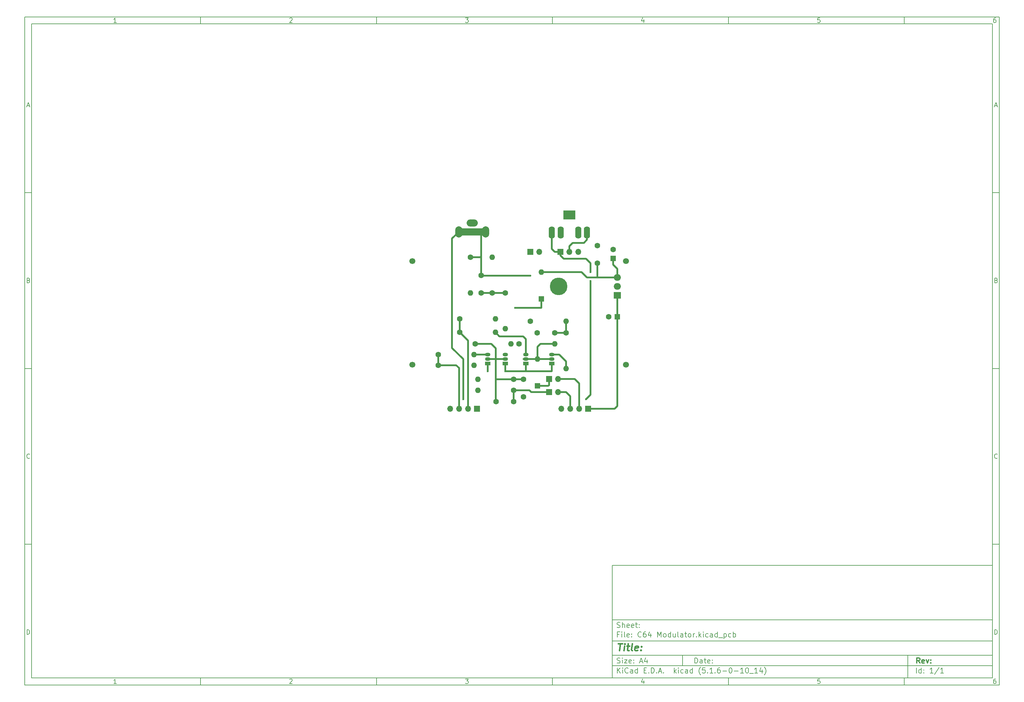
<source format=gtl>
%TF.GenerationSoftware,KiCad,Pcbnew,(5.1.6-0-10_14)*%
%TF.CreationDate,2020-10-06T19:45:13-04:00*%
%TF.ProjectId,C64 Modulator,43363420-4d6f-4647-956c-61746f722e6b,rev?*%
%TF.SameCoordinates,Original*%
%TF.FileFunction,Copper,L1,Top*%
%TF.FilePolarity,Positive*%
%FSLAX46Y46*%
G04 Gerber Fmt 4.6, Leading zero omitted, Abs format (unit mm)*
G04 Created by KiCad (PCBNEW (5.1.6-0-10_14)) date 2020-10-06 19:45:13*
%MOMM*%
%LPD*%
G01*
G04 APERTURE LIST*
%ADD10C,0.100000*%
%ADD11C,0.150000*%
%ADD12C,0.300000*%
%ADD13C,0.400000*%
%TA.AperFunction,ComponentPad*%
%ADD14C,1.700000*%
%TD*%
%TA.AperFunction,ComponentPad*%
%ADD15O,2.000000X1.905000*%
%TD*%
%TA.AperFunction,ComponentPad*%
%ADD16R,2.000000X1.905000*%
%TD*%
%TA.AperFunction,ComponentPad*%
%ADD17C,5.000000*%
%TD*%
%TA.AperFunction,ComponentPad*%
%ADD18O,1.700000X1.700000*%
%TD*%
%TA.AperFunction,ComponentPad*%
%ADD19R,1.700000X1.700000*%
%TD*%
%TA.AperFunction,ComponentPad*%
%ADD20O,1.600000X1.600000*%
%TD*%
%TA.AperFunction,ComponentPad*%
%ADD21C,1.600000*%
%TD*%
%TA.AperFunction,ComponentPad*%
%ADD22R,1.500000X1.050000*%
%TD*%
%TA.AperFunction,ComponentPad*%
%ADD23O,1.500000X1.050000*%
%TD*%
%TA.AperFunction,ComponentPad*%
%ADD24R,1.600000X1.600000*%
%TD*%
%TA.AperFunction,ComponentPad*%
%ADD25R,3.500000X2.500000*%
%TD*%
%TA.AperFunction,ComponentPad*%
%ADD26O,1.750000X3.500000*%
%TD*%
%TA.AperFunction,ComponentPad*%
%ADD27O,1.998980X3.197860*%
%TD*%
%TA.AperFunction,ComponentPad*%
%ADD28O,3.197860X1.998980*%
%TD*%
%TA.AperFunction,ViaPad*%
%ADD29C,0.600000*%
%TD*%
%TA.AperFunction,Conductor*%
%ADD30C,0.500000*%
%TD*%
%TA.AperFunction,Conductor*%
%ADD31C,2.000000*%
%TD*%
%TA.AperFunction,Conductor*%
%ADD32C,0.250000*%
%TD*%
G04 APERTURE END LIST*
D10*
D11*
X177002200Y-166007200D02*
X177002200Y-198007200D01*
X285002200Y-198007200D01*
X285002200Y-166007200D01*
X177002200Y-166007200D01*
D10*
D11*
X10000000Y-10000000D02*
X10000000Y-200007200D01*
X287002200Y-200007200D01*
X287002200Y-10000000D01*
X10000000Y-10000000D01*
D10*
D11*
X12000000Y-12000000D02*
X12000000Y-198007200D01*
X285002200Y-198007200D01*
X285002200Y-12000000D01*
X12000000Y-12000000D01*
D10*
D11*
X60000000Y-12000000D02*
X60000000Y-10000000D01*
D10*
D11*
X110000000Y-12000000D02*
X110000000Y-10000000D01*
D10*
D11*
X160000000Y-12000000D02*
X160000000Y-10000000D01*
D10*
D11*
X210000000Y-12000000D02*
X210000000Y-10000000D01*
D10*
D11*
X260000000Y-12000000D02*
X260000000Y-10000000D01*
D10*
D11*
X36065476Y-11588095D02*
X35322619Y-11588095D01*
X35694047Y-11588095D02*
X35694047Y-10288095D01*
X35570238Y-10473809D01*
X35446428Y-10597619D01*
X35322619Y-10659523D01*
D10*
D11*
X85322619Y-10411904D02*
X85384523Y-10350000D01*
X85508333Y-10288095D01*
X85817857Y-10288095D01*
X85941666Y-10350000D01*
X86003571Y-10411904D01*
X86065476Y-10535714D01*
X86065476Y-10659523D01*
X86003571Y-10845238D01*
X85260714Y-11588095D01*
X86065476Y-11588095D01*
D10*
D11*
X135260714Y-10288095D02*
X136065476Y-10288095D01*
X135632142Y-10783333D01*
X135817857Y-10783333D01*
X135941666Y-10845238D01*
X136003571Y-10907142D01*
X136065476Y-11030952D01*
X136065476Y-11340476D01*
X136003571Y-11464285D01*
X135941666Y-11526190D01*
X135817857Y-11588095D01*
X135446428Y-11588095D01*
X135322619Y-11526190D01*
X135260714Y-11464285D01*
D10*
D11*
X185941666Y-10721428D02*
X185941666Y-11588095D01*
X185632142Y-10226190D02*
X185322619Y-11154761D01*
X186127380Y-11154761D01*
D10*
D11*
X236003571Y-10288095D02*
X235384523Y-10288095D01*
X235322619Y-10907142D01*
X235384523Y-10845238D01*
X235508333Y-10783333D01*
X235817857Y-10783333D01*
X235941666Y-10845238D01*
X236003571Y-10907142D01*
X236065476Y-11030952D01*
X236065476Y-11340476D01*
X236003571Y-11464285D01*
X235941666Y-11526190D01*
X235817857Y-11588095D01*
X235508333Y-11588095D01*
X235384523Y-11526190D01*
X235322619Y-11464285D01*
D10*
D11*
X285941666Y-10288095D02*
X285694047Y-10288095D01*
X285570238Y-10350000D01*
X285508333Y-10411904D01*
X285384523Y-10597619D01*
X285322619Y-10845238D01*
X285322619Y-11340476D01*
X285384523Y-11464285D01*
X285446428Y-11526190D01*
X285570238Y-11588095D01*
X285817857Y-11588095D01*
X285941666Y-11526190D01*
X286003571Y-11464285D01*
X286065476Y-11340476D01*
X286065476Y-11030952D01*
X286003571Y-10907142D01*
X285941666Y-10845238D01*
X285817857Y-10783333D01*
X285570238Y-10783333D01*
X285446428Y-10845238D01*
X285384523Y-10907142D01*
X285322619Y-11030952D01*
D10*
D11*
X60000000Y-198007200D02*
X60000000Y-200007200D01*
D10*
D11*
X110000000Y-198007200D02*
X110000000Y-200007200D01*
D10*
D11*
X160000000Y-198007200D02*
X160000000Y-200007200D01*
D10*
D11*
X210000000Y-198007200D02*
X210000000Y-200007200D01*
D10*
D11*
X260000000Y-198007200D02*
X260000000Y-200007200D01*
D10*
D11*
X36065476Y-199595295D02*
X35322619Y-199595295D01*
X35694047Y-199595295D02*
X35694047Y-198295295D01*
X35570238Y-198481009D01*
X35446428Y-198604819D01*
X35322619Y-198666723D01*
D10*
D11*
X85322619Y-198419104D02*
X85384523Y-198357200D01*
X85508333Y-198295295D01*
X85817857Y-198295295D01*
X85941666Y-198357200D01*
X86003571Y-198419104D01*
X86065476Y-198542914D01*
X86065476Y-198666723D01*
X86003571Y-198852438D01*
X85260714Y-199595295D01*
X86065476Y-199595295D01*
D10*
D11*
X135260714Y-198295295D02*
X136065476Y-198295295D01*
X135632142Y-198790533D01*
X135817857Y-198790533D01*
X135941666Y-198852438D01*
X136003571Y-198914342D01*
X136065476Y-199038152D01*
X136065476Y-199347676D01*
X136003571Y-199471485D01*
X135941666Y-199533390D01*
X135817857Y-199595295D01*
X135446428Y-199595295D01*
X135322619Y-199533390D01*
X135260714Y-199471485D01*
D10*
D11*
X185941666Y-198728628D02*
X185941666Y-199595295D01*
X185632142Y-198233390D02*
X185322619Y-199161961D01*
X186127380Y-199161961D01*
D10*
D11*
X236003571Y-198295295D02*
X235384523Y-198295295D01*
X235322619Y-198914342D01*
X235384523Y-198852438D01*
X235508333Y-198790533D01*
X235817857Y-198790533D01*
X235941666Y-198852438D01*
X236003571Y-198914342D01*
X236065476Y-199038152D01*
X236065476Y-199347676D01*
X236003571Y-199471485D01*
X235941666Y-199533390D01*
X235817857Y-199595295D01*
X235508333Y-199595295D01*
X235384523Y-199533390D01*
X235322619Y-199471485D01*
D10*
D11*
X285941666Y-198295295D02*
X285694047Y-198295295D01*
X285570238Y-198357200D01*
X285508333Y-198419104D01*
X285384523Y-198604819D01*
X285322619Y-198852438D01*
X285322619Y-199347676D01*
X285384523Y-199471485D01*
X285446428Y-199533390D01*
X285570238Y-199595295D01*
X285817857Y-199595295D01*
X285941666Y-199533390D01*
X286003571Y-199471485D01*
X286065476Y-199347676D01*
X286065476Y-199038152D01*
X286003571Y-198914342D01*
X285941666Y-198852438D01*
X285817857Y-198790533D01*
X285570238Y-198790533D01*
X285446428Y-198852438D01*
X285384523Y-198914342D01*
X285322619Y-199038152D01*
D10*
D11*
X10000000Y-60000000D02*
X12000000Y-60000000D01*
D10*
D11*
X10000000Y-110000000D02*
X12000000Y-110000000D01*
D10*
D11*
X10000000Y-160000000D02*
X12000000Y-160000000D01*
D10*
D11*
X10690476Y-35216666D02*
X11309523Y-35216666D01*
X10566666Y-35588095D02*
X11000000Y-34288095D01*
X11433333Y-35588095D01*
D10*
D11*
X11092857Y-84907142D02*
X11278571Y-84969047D01*
X11340476Y-85030952D01*
X11402380Y-85154761D01*
X11402380Y-85340476D01*
X11340476Y-85464285D01*
X11278571Y-85526190D01*
X11154761Y-85588095D01*
X10659523Y-85588095D01*
X10659523Y-84288095D01*
X11092857Y-84288095D01*
X11216666Y-84350000D01*
X11278571Y-84411904D01*
X11340476Y-84535714D01*
X11340476Y-84659523D01*
X11278571Y-84783333D01*
X11216666Y-84845238D01*
X11092857Y-84907142D01*
X10659523Y-84907142D01*
D10*
D11*
X11402380Y-135464285D02*
X11340476Y-135526190D01*
X11154761Y-135588095D01*
X11030952Y-135588095D01*
X10845238Y-135526190D01*
X10721428Y-135402380D01*
X10659523Y-135278571D01*
X10597619Y-135030952D01*
X10597619Y-134845238D01*
X10659523Y-134597619D01*
X10721428Y-134473809D01*
X10845238Y-134350000D01*
X11030952Y-134288095D01*
X11154761Y-134288095D01*
X11340476Y-134350000D01*
X11402380Y-134411904D01*
D10*
D11*
X10659523Y-185588095D02*
X10659523Y-184288095D01*
X10969047Y-184288095D01*
X11154761Y-184350000D01*
X11278571Y-184473809D01*
X11340476Y-184597619D01*
X11402380Y-184845238D01*
X11402380Y-185030952D01*
X11340476Y-185278571D01*
X11278571Y-185402380D01*
X11154761Y-185526190D01*
X10969047Y-185588095D01*
X10659523Y-185588095D01*
D10*
D11*
X287002200Y-60000000D02*
X285002200Y-60000000D01*
D10*
D11*
X287002200Y-110000000D02*
X285002200Y-110000000D01*
D10*
D11*
X287002200Y-160000000D02*
X285002200Y-160000000D01*
D10*
D11*
X285692676Y-35216666D02*
X286311723Y-35216666D01*
X285568866Y-35588095D02*
X286002200Y-34288095D01*
X286435533Y-35588095D01*
D10*
D11*
X286095057Y-84907142D02*
X286280771Y-84969047D01*
X286342676Y-85030952D01*
X286404580Y-85154761D01*
X286404580Y-85340476D01*
X286342676Y-85464285D01*
X286280771Y-85526190D01*
X286156961Y-85588095D01*
X285661723Y-85588095D01*
X285661723Y-84288095D01*
X286095057Y-84288095D01*
X286218866Y-84350000D01*
X286280771Y-84411904D01*
X286342676Y-84535714D01*
X286342676Y-84659523D01*
X286280771Y-84783333D01*
X286218866Y-84845238D01*
X286095057Y-84907142D01*
X285661723Y-84907142D01*
D10*
D11*
X286404580Y-135464285D02*
X286342676Y-135526190D01*
X286156961Y-135588095D01*
X286033152Y-135588095D01*
X285847438Y-135526190D01*
X285723628Y-135402380D01*
X285661723Y-135278571D01*
X285599819Y-135030952D01*
X285599819Y-134845238D01*
X285661723Y-134597619D01*
X285723628Y-134473809D01*
X285847438Y-134350000D01*
X286033152Y-134288095D01*
X286156961Y-134288095D01*
X286342676Y-134350000D01*
X286404580Y-134411904D01*
D10*
D11*
X285661723Y-185588095D02*
X285661723Y-184288095D01*
X285971247Y-184288095D01*
X286156961Y-184350000D01*
X286280771Y-184473809D01*
X286342676Y-184597619D01*
X286404580Y-184845238D01*
X286404580Y-185030952D01*
X286342676Y-185278571D01*
X286280771Y-185402380D01*
X286156961Y-185526190D01*
X285971247Y-185588095D01*
X285661723Y-185588095D01*
D10*
D11*
X200434342Y-193785771D02*
X200434342Y-192285771D01*
X200791485Y-192285771D01*
X201005771Y-192357200D01*
X201148628Y-192500057D01*
X201220057Y-192642914D01*
X201291485Y-192928628D01*
X201291485Y-193142914D01*
X201220057Y-193428628D01*
X201148628Y-193571485D01*
X201005771Y-193714342D01*
X200791485Y-193785771D01*
X200434342Y-193785771D01*
X202577200Y-193785771D02*
X202577200Y-193000057D01*
X202505771Y-192857200D01*
X202362914Y-192785771D01*
X202077200Y-192785771D01*
X201934342Y-192857200D01*
X202577200Y-193714342D02*
X202434342Y-193785771D01*
X202077200Y-193785771D01*
X201934342Y-193714342D01*
X201862914Y-193571485D01*
X201862914Y-193428628D01*
X201934342Y-193285771D01*
X202077200Y-193214342D01*
X202434342Y-193214342D01*
X202577200Y-193142914D01*
X203077200Y-192785771D02*
X203648628Y-192785771D01*
X203291485Y-192285771D02*
X203291485Y-193571485D01*
X203362914Y-193714342D01*
X203505771Y-193785771D01*
X203648628Y-193785771D01*
X204720057Y-193714342D02*
X204577200Y-193785771D01*
X204291485Y-193785771D01*
X204148628Y-193714342D01*
X204077200Y-193571485D01*
X204077200Y-193000057D01*
X204148628Y-192857200D01*
X204291485Y-192785771D01*
X204577200Y-192785771D01*
X204720057Y-192857200D01*
X204791485Y-193000057D01*
X204791485Y-193142914D01*
X204077200Y-193285771D01*
X205434342Y-193642914D02*
X205505771Y-193714342D01*
X205434342Y-193785771D01*
X205362914Y-193714342D01*
X205434342Y-193642914D01*
X205434342Y-193785771D01*
X205434342Y-192857200D02*
X205505771Y-192928628D01*
X205434342Y-193000057D01*
X205362914Y-192928628D01*
X205434342Y-192857200D01*
X205434342Y-193000057D01*
D10*
D11*
X177002200Y-194507200D02*
X285002200Y-194507200D01*
D10*
D11*
X178434342Y-196585771D02*
X178434342Y-195085771D01*
X179291485Y-196585771D02*
X178648628Y-195728628D01*
X179291485Y-195085771D02*
X178434342Y-195942914D01*
X179934342Y-196585771D02*
X179934342Y-195585771D01*
X179934342Y-195085771D02*
X179862914Y-195157200D01*
X179934342Y-195228628D01*
X180005771Y-195157200D01*
X179934342Y-195085771D01*
X179934342Y-195228628D01*
X181505771Y-196442914D02*
X181434342Y-196514342D01*
X181220057Y-196585771D01*
X181077200Y-196585771D01*
X180862914Y-196514342D01*
X180720057Y-196371485D01*
X180648628Y-196228628D01*
X180577200Y-195942914D01*
X180577200Y-195728628D01*
X180648628Y-195442914D01*
X180720057Y-195300057D01*
X180862914Y-195157200D01*
X181077200Y-195085771D01*
X181220057Y-195085771D01*
X181434342Y-195157200D01*
X181505771Y-195228628D01*
X182791485Y-196585771D02*
X182791485Y-195800057D01*
X182720057Y-195657200D01*
X182577200Y-195585771D01*
X182291485Y-195585771D01*
X182148628Y-195657200D01*
X182791485Y-196514342D02*
X182648628Y-196585771D01*
X182291485Y-196585771D01*
X182148628Y-196514342D01*
X182077200Y-196371485D01*
X182077200Y-196228628D01*
X182148628Y-196085771D01*
X182291485Y-196014342D01*
X182648628Y-196014342D01*
X182791485Y-195942914D01*
X184148628Y-196585771D02*
X184148628Y-195085771D01*
X184148628Y-196514342D02*
X184005771Y-196585771D01*
X183720057Y-196585771D01*
X183577200Y-196514342D01*
X183505771Y-196442914D01*
X183434342Y-196300057D01*
X183434342Y-195871485D01*
X183505771Y-195728628D01*
X183577200Y-195657200D01*
X183720057Y-195585771D01*
X184005771Y-195585771D01*
X184148628Y-195657200D01*
X186005771Y-195800057D02*
X186505771Y-195800057D01*
X186720057Y-196585771D02*
X186005771Y-196585771D01*
X186005771Y-195085771D01*
X186720057Y-195085771D01*
X187362914Y-196442914D02*
X187434342Y-196514342D01*
X187362914Y-196585771D01*
X187291485Y-196514342D01*
X187362914Y-196442914D01*
X187362914Y-196585771D01*
X188077200Y-196585771D02*
X188077200Y-195085771D01*
X188434342Y-195085771D01*
X188648628Y-195157200D01*
X188791485Y-195300057D01*
X188862914Y-195442914D01*
X188934342Y-195728628D01*
X188934342Y-195942914D01*
X188862914Y-196228628D01*
X188791485Y-196371485D01*
X188648628Y-196514342D01*
X188434342Y-196585771D01*
X188077200Y-196585771D01*
X189577200Y-196442914D02*
X189648628Y-196514342D01*
X189577200Y-196585771D01*
X189505771Y-196514342D01*
X189577200Y-196442914D01*
X189577200Y-196585771D01*
X190220057Y-196157200D02*
X190934342Y-196157200D01*
X190077200Y-196585771D02*
X190577200Y-195085771D01*
X191077200Y-196585771D01*
X191577200Y-196442914D02*
X191648628Y-196514342D01*
X191577200Y-196585771D01*
X191505771Y-196514342D01*
X191577200Y-196442914D01*
X191577200Y-196585771D01*
X194577200Y-196585771D02*
X194577200Y-195085771D01*
X194720057Y-196014342D02*
X195148628Y-196585771D01*
X195148628Y-195585771D02*
X194577200Y-196157200D01*
X195791485Y-196585771D02*
X195791485Y-195585771D01*
X195791485Y-195085771D02*
X195720057Y-195157200D01*
X195791485Y-195228628D01*
X195862914Y-195157200D01*
X195791485Y-195085771D01*
X195791485Y-195228628D01*
X197148628Y-196514342D02*
X197005771Y-196585771D01*
X196720057Y-196585771D01*
X196577200Y-196514342D01*
X196505771Y-196442914D01*
X196434342Y-196300057D01*
X196434342Y-195871485D01*
X196505771Y-195728628D01*
X196577200Y-195657200D01*
X196720057Y-195585771D01*
X197005771Y-195585771D01*
X197148628Y-195657200D01*
X198434342Y-196585771D02*
X198434342Y-195800057D01*
X198362914Y-195657200D01*
X198220057Y-195585771D01*
X197934342Y-195585771D01*
X197791485Y-195657200D01*
X198434342Y-196514342D02*
X198291485Y-196585771D01*
X197934342Y-196585771D01*
X197791485Y-196514342D01*
X197720057Y-196371485D01*
X197720057Y-196228628D01*
X197791485Y-196085771D01*
X197934342Y-196014342D01*
X198291485Y-196014342D01*
X198434342Y-195942914D01*
X199791485Y-196585771D02*
X199791485Y-195085771D01*
X199791485Y-196514342D02*
X199648628Y-196585771D01*
X199362914Y-196585771D01*
X199220057Y-196514342D01*
X199148628Y-196442914D01*
X199077200Y-196300057D01*
X199077200Y-195871485D01*
X199148628Y-195728628D01*
X199220057Y-195657200D01*
X199362914Y-195585771D01*
X199648628Y-195585771D01*
X199791485Y-195657200D01*
X202077200Y-197157200D02*
X202005771Y-197085771D01*
X201862914Y-196871485D01*
X201791485Y-196728628D01*
X201720057Y-196514342D01*
X201648628Y-196157200D01*
X201648628Y-195871485D01*
X201720057Y-195514342D01*
X201791485Y-195300057D01*
X201862914Y-195157200D01*
X202005771Y-194942914D01*
X202077200Y-194871485D01*
X203362914Y-195085771D02*
X202648628Y-195085771D01*
X202577200Y-195800057D01*
X202648628Y-195728628D01*
X202791485Y-195657200D01*
X203148628Y-195657200D01*
X203291485Y-195728628D01*
X203362914Y-195800057D01*
X203434342Y-195942914D01*
X203434342Y-196300057D01*
X203362914Y-196442914D01*
X203291485Y-196514342D01*
X203148628Y-196585771D01*
X202791485Y-196585771D01*
X202648628Y-196514342D01*
X202577200Y-196442914D01*
X204077200Y-196442914D02*
X204148628Y-196514342D01*
X204077200Y-196585771D01*
X204005771Y-196514342D01*
X204077200Y-196442914D01*
X204077200Y-196585771D01*
X205577200Y-196585771D02*
X204720057Y-196585771D01*
X205148628Y-196585771D02*
X205148628Y-195085771D01*
X205005771Y-195300057D01*
X204862914Y-195442914D01*
X204720057Y-195514342D01*
X206220057Y-196442914D02*
X206291485Y-196514342D01*
X206220057Y-196585771D01*
X206148628Y-196514342D01*
X206220057Y-196442914D01*
X206220057Y-196585771D01*
X207577200Y-195085771D02*
X207291485Y-195085771D01*
X207148628Y-195157200D01*
X207077200Y-195228628D01*
X206934342Y-195442914D01*
X206862914Y-195728628D01*
X206862914Y-196300057D01*
X206934342Y-196442914D01*
X207005771Y-196514342D01*
X207148628Y-196585771D01*
X207434342Y-196585771D01*
X207577200Y-196514342D01*
X207648628Y-196442914D01*
X207720057Y-196300057D01*
X207720057Y-195942914D01*
X207648628Y-195800057D01*
X207577200Y-195728628D01*
X207434342Y-195657200D01*
X207148628Y-195657200D01*
X207005771Y-195728628D01*
X206934342Y-195800057D01*
X206862914Y-195942914D01*
X208362914Y-196014342D02*
X209505771Y-196014342D01*
X210505771Y-195085771D02*
X210648628Y-195085771D01*
X210791485Y-195157200D01*
X210862914Y-195228628D01*
X210934342Y-195371485D01*
X211005771Y-195657200D01*
X211005771Y-196014342D01*
X210934342Y-196300057D01*
X210862914Y-196442914D01*
X210791485Y-196514342D01*
X210648628Y-196585771D01*
X210505771Y-196585771D01*
X210362914Y-196514342D01*
X210291485Y-196442914D01*
X210220057Y-196300057D01*
X210148628Y-196014342D01*
X210148628Y-195657200D01*
X210220057Y-195371485D01*
X210291485Y-195228628D01*
X210362914Y-195157200D01*
X210505771Y-195085771D01*
X211648628Y-196014342D02*
X212791485Y-196014342D01*
X214291485Y-196585771D02*
X213434342Y-196585771D01*
X213862914Y-196585771D02*
X213862914Y-195085771D01*
X213720057Y-195300057D01*
X213577200Y-195442914D01*
X213434342Y-195514342D01*
X215220057Y-195085771D02*
X215362914Y-195085771D01*
X215505771Y-195157200D01*
X215577200Y-195228628D01*
X215648628Y-195371485D01*
X215720057Y-195657200D01*
X215720057Y-196014342D01*
X215648628Y-196300057D01*
X215577200Y-196442914D01*
X215505771Y-196514342D01*
X215362914Y-196585771D01*
X215220057Y-196585771D01*
X215077200Y-196514342D01*
X215005771Y-196442914D01*
X214934342Y-196300057D01*
X214862914Y-196014342D01*
X214862914Y-195657200D01*
X214934342Y-195371485D01*
X215005771Y-195228628D01*
X215077200Y-195157200D01*
X215220057Y-195085771D01*
X216005771Y-196728628D02*
X217148628Y-196728628D01*
X218291485Y-196585771D02*
X217434342Y-196585771D01*
X217862914Y-196585771D02*
X217862914Y-195085771D01*
X217720057Y-195300057D01*
X217577200Y-195442914D01*
X217434342Y-195514342D01*
X219577200Y-195585771D02*
X219577200Y-196585771D01*
X219220057Y-195014342D02*
X218862914Y-196085771D01*
X219791485Y-196085771D01*
X220220057Y-197157200D02*
X220291485Y-197085771D01*
X220434342Y-196871485D01*
X220505771Y-196728628D01*
X220577200Y-196514342D01*
X220648628Y-196157200D01*
X220648628Y-195871485D01*
X220577200Y-195514342D01*
X220505771Y-195300057D01*
X220434342Y-195157200D01*
X220291485Y-194942914D01*
X220220057Y-194871485D01*
D10*
D11*
X177002200Y-191507200D02*
X285002200Y-191507200D01*
D10*
D12*
X264411485Y-193785771D02*
X263911485Y-193071485D01*
X263554342Y-193785771D02*
X263554342Y-192285771D01*
X264125771Y-192285771D01*
X264268628Y-192357200D01*
X264340057Y-192428628D01*
X264411485Y-192571485D01*
X264411485Y-192785771D01*
X264340057Y-192928628D01*
X264268628Y-193000057D01*
X264125771Y-193071485D01*
X263554342Y-193071485D01*
X265625771Y-193714342D02*
X265482914Y-193785771D01*
X265197200Y-193785771D01*
X265054342Y-193714342D01*
X264982914Y-193571485D01*
X264982914Y-193000057D01*
X265054342Y-192857200D01*
X265197200Y-192785771D01*
X265482914Y-192785771D01*
X265625771Y-192857200D01*
X265697200Y-193000057D01*
X265697200Y-193142914D01*
X264982914Y-193285771D01*
X266197200Y-192785771D02*
X266554342Y-193785771D01*
X266911485Y-192785771D01*
X267482914Y-193642914D02*
X267554342Y-193714342D01*
X267482914Y-193785771D01*
X267411485Y-193714342D01*
X267482914Y-193642914D01*
X267482914Y-193785771D01*
X267482914Y-192857200D02*
X267554342Y-192928628D01*
X267482914Y-193000057D01*
X267411485Y-192928628D01*
X267482914Y-192857200D01*
X267482914Y-193000057D01*
D10*
D11*
X178362914Y-193714342D02*
X178577200Y-193785771D01*
X178934342Y-193785771D01*
X179077200Y-193714342D01*
X179148628Y-193642914D01*
X179220057Y-193500057D01*
X179220057Y-193357200D01*
X179148628Y-193214342D01*
X179077200Y-193142914D01*
X178934342Y-193071485D01*
X178648628Y-193000057D01*
X178505771Y-192928628D01*
X178434342Y-192857200D01*
X178362914Y-192714342D01*
X178362914Y-192571485D01*
X178434342Y-192428628D01*
X178505771Y-192357200D01*
X178648628Y-192285771D01*
X179005771Y-192285771D01*
X179220057Y-192357200D01*
X179862914Y-193785771D02*
X179862914Y-192785771D01*
X179862914Y-192285771D02*
X179791485Y-192357200D01*
X179862914Y-192428628D01*
X179934342Y-192357200D01*
X179862914Y-192285771D01*
X179862914Y-192428628D01*
X180434342Y-192785771D02*
X181220057Y-192785771D01*
X180434342Y-193785771D01*
X181220057Y-193785771D01*
X182362914Y-193714342D02*
X182220057Y-193785771D01*
X181934342Y-193785771D01*
X181791485Y-193714342D01*
X181720057Y-193571485D01*
X181720057Y-193000057D01*
X181791485Y-192857200D01*
X181934342Y-192785771D01*
X182220057Y-192785771D01*
X182362914Y-192857200D01*
X182434342Y-193000057D01*
X182434342Y-193142914D01*
X181720057Y-193285771D01*
X183077200Y-193642914D02*
X183148628Y-193714342D01*
X183077200Y-193785771D01*
X183005771Y-193714342D01*
X183077200Y-193642914D01*
X183077200Y-193785771D01*
X183077200Y-192857200D02*
X183148628Y-192928628D01*
X183077200Y-193000057D01*
X183005771Y-192928628D01*
X183077200Y-192857200D01*
X183077200Y-193000057D01*
X184862914Y-193357200D02*
X185577200Y-193357200D01*
X184720057Y-193785771D02*
X185220057Y-192285771D01*
X185720057Y-193785771D01*
X186862914Y-192785771D02*
X186862914Y-193785771D01*
X186505771Y-192214342D02*
X186148628Y-193285771D01*
X187077200Y-193285771D01*
D10*
D11*
X263434342Y-196585771D02*
X263434342Y-195085771D01*
X264791485Y-196585771D02*
X264791485Y-195085771D01*
X264791485Y-196514342D02*
X264648628Y-196585771D01*
X264362914Y-196585771D01*
X264220057Y-196514342D01*
X264148628Y-196442914D01*
X264077200Y-196300057D01*
X264077200Y-195871485D01*
X264148628Y-195728628D01*
X264220057Y-195657200D01*
X264362914Y-195585771D01*
X264648628Y-195585771D01*
X264791485Y-195657200D01*
X265505771Y-196442914D02*
X265577200Y-196514342D01*
X265505771Y-196585771D01*
X265434342Y-196514342D01*
X265505771Y-196442914D01*
X265505771Y-196585771D01*
X265505771Y-195657200D02*
X265577200Y-195728628D01*
X265505771Y-195800057D01*
X265434342Y-195728628D01*
X265505771Y-195657200D01*
X265505771Y-195800057D01*
X268148628Y-196585771D02*
X267291485Y-196585771D01*
X267720057Y-196585771D02*
X267720057Y-195085771D01*
X267577200Y-195300057D01*
X267434342Y-195442914D01*
X267291485Y-195514342D01*
X269862914Y-195014342D02*
X268577200Y-196942914D01*
X271148628Y-196585771D02*
X270291485Y-196585771D01*
X270720057Y-196585771D02*
X270720057Y-195085771D01*
X270577200Y-195300057D01*
X270434342Y-195442914D01*
X270291485Y-195514342D01*
D10*
D11*
X177002200Y-187507200D02*
X285002200Y-187507200D01*
D10*
D13*
X178714580Y-188211961D02*
X179857438Y-188211961D01*
X179036009Y-190211961D02*
X179286009Y-188211961D01*
X180274104Y-190211961D02*
X180440771Y-188878628D01*
X180524104Y-188211961D02*
X180416961Y-188307200D01*
X180500295Y-188402438D01*
X180607438Y-188307200D01*
X180524104Y-188211961D01*
X180500295Y-188402438D01*
X181107438Y-188878628D02*
X181869342Y-188878628D01*
X181476485Y-188211961D02*
X181262200Y-189926247D01*
X181333628Y-190116723D01*
X181512200Y-190211961D01*
X181702676Y-190211961D01*
X182655057Y-190211961D02*
X182476485Y-190116723D01*
X182405057Y-189926247D01*
X182619342Y-188211961D01*
X184190771Y-190116723D02*
X183988390Y-190211961D01*
X183607438Y-190211961D01*
X183428866Y-190116723D01*
X183357438Y-189926247D01*
X183452676Y-189164342D01*
X183571723Y-188973866D01*
X183774104Y-188878628D01*
X184155057Y-188878628D01*
X184333628Y-188973866D01*
X184405057Y-189164342D01*
X184381247Y-189354819D01*
X183405057Y-189545295D01*
X185155057Y-190021485D02*
X185238390Y-190116723D01*
X185131247Y-190211961D01*
X185047914Y-190116723D01*
X185155057Y-190021485D01*
X185131247Y-190211961D01*
X185286009Y-188973866D02*
X185369342Y-189069104D01*
X185262200Y-189164342D01*
X185178866Y-189069104D01*
X185286009Y-188973866D01*
X185262200Y-189164342D01*
D10*
D11*
X178934342Y-185600057D02*
X178434342Y-185600057D01*
X178434342Y-186385771D02*
X178434342Y-184885771D01*
X179148628Y-184885771D01*
X179720057Y-186385771D02*
X179720057Y-185385771D01*
X179720057Y-184885771D02*
X179648628Y-184957200D01*
X179720057Y-185028628D01*
X179791485Y-184957200D01*
X179720057Y-184885771D01*
X179720057Y-185028628D01*
X180648628Y-186385771D02*
X180505771Y-186314342D01*
X180434342Y-186171485D01*
X180434342Y-184885771D01*
X181791485Y-186314342D02*
X181648628Y-186385771D01*
X181362914Y-186385771D01*
X181220057Y-186314342D01*
X181148628Y-186171485D01*
X181148628Y-185600057D01*
X181220057Y-185457200D01*
X181362914Y-185385771D01*
X181648628Y-185385771D01*
X181791485Y-185457200D01*
X181862914Y-185600057D01*
X181862914Y-185742914D01*
X181148628Y-185885771D01*
X182505771Y-186242914D02*
X182577200Y-186314342D01*
X182505771Y-186385771D01*
X182434342Y-186314342D01*
X182505771Y-186242914D01*
X182505771Y-186385771D01*
X182505771Y-185457200D02*
X182577200Y-185528628D01*
X182505771Y-185600057D01*
X182434342Y-185528628D01*
X182505771Y-185457200D01*
X182505771Y-185600057D01*
X185220057Y-186242914D02*
X185148628Y-186314342D01*
X184934342Y-186385771D01*
X184791485Y-186385771D01*
X184577200Y-186314342D01*
X184434342Y-186171485D01*
X184362914Y-186028628D01*
X184291485Y-185742914D01*
X184291485Y-185528628D01*
X184362914Y-185242914D01*
X184434342Y-185100057D01*
X184577200Y-184957200D01*
X184791485Y-184885771D01*
X184934342Y-184885771D01*
X185148628Y-184957200D01*
X185220057Y-185028628D01*
X186505771Y-184885771D02*
X186220057Y-184885771D01*
X186077200Y-184957200D01*
X186005771Y-185028628D01*
X185862914Y-185242914D01*
X185791485Y-185528628D01*
X185791485Y-186100057D01*
X185862914Y-186242914D01*
X185934342Y-186314342D01*
X186077200Y-186385771D01*
X186362914Y-186385771D01*
X186505771Y-186314342D01*
X186577200Y-186242914D01*
X186648628Y-186100057D01*
X186648628Y-185742914D01*
X186577200Y-185600057D01*
X186505771Y-185528628D01*
X186362914Y-185457200D01*
X186077200Y-185457200D01*
X185934342Y-185528628D01*
X185862914Y-185600057D01*
X185791485Y-185742914D01*
X187934342Y-185385771D02*
X187934342Y-186385771D01*
X187577200Y-184814342D02*
X187220057Y-185885771D01*
X188148628Y-185885771D01*
X189862914Y-186385771D02*
X189862914Y-184885771D01*
X190362914Y-185957200D01*
X190862914Y-184885771D01*
X190862914Y-186385771D01*
X191791485Y-186385771D02*
X191648628Y-186314342D01*
X191577200Y-186242914D01*
X191505771Y-186100057D01*
X191505771Y-185671485D01*
X191577200Y-185528628D01*
X191648628Y-185457200D01*
X191791485Y-185385771D01*
X192005771Y-185385771D01*
X192148628Y-185457200D01*
X192220057Y-185528628D01*
X192291485Y-185671485D01*
X192291485Y-186100057D01*
X192220057Y-186242914D01*
X192148628Y-186314342D01*
X192005771Y-186385771D01*
X191791485Y-186385771D01*
X193577200Y-186385771D02*
X193577200Y-184885771D01*
X193577200Y-186314342D02*
X193434342Y-186385771D01*
X193148628Y-186385771D01*
X193005771Y-186314342D01*
X192934342Y-186242914D01*
X192862914Y-186100057D01*
X192862914Y-185671485D01*
X192934342Y-185528628D01*
X193005771Y-185457200D01*
X193148628Y-185385771D01*
X193434342Y-185385771D01*
X193577200Y-185457200D01*
X194934342Y-185385771D02*
X194934342Y-186385771D01*
X194291485Y-185385771D02*
X194291485Y-186171485D01*
X194362914Y-186314342D01*
X194505771Y-186385771D01*
X194720057Y-186385771D01*
X194862914Y-186314342D01*
X194934342Y-186242914D01*
X195862914Y-186385771D02*
X195720057Y-186314342D01*
X195648628Y-186171485D01*
X195648628Y-184885771D01*
X197077200Y-186385771D02*
X197077200Y-185600057D01*
X197005771Y-185457200D01*
X196862914Y-185385771D01*
X196577200Y-185385771D01*
X196434342Y-185457200D01*
X197077200Y-186314342D02*
X196934342Y-186385771D01*
X196577200Y-186385771D01*
X196434342Y-186314342D01*
X196362914Y-186171485D01*
X196362914Y-186028628D01*
X196434342Y-185885771D01*
X196577200Y-185814342D01*
X196934342Y-185814342D01*
X197077200Y-185742914D01*
X197577200Y-185385771D02*
X198148628Y-185385771D01*
X197791485Y-184885771D02*
X197791485Y-186171485D01*
X197862914Y-186314342D01*
X198005771Y-186385771D01*
X198148628Y-186385771D01*
X198862914Y-186385771D02*
X198720057Y-186314342D01*
X198648628Y-186242914D01*
X198577200Y-186100057D01*
X198577200Y-185671485D01*
X198648628Y-185528628D01*
X198720057Y-185457200D01*
X198862914Y-185385771D01*
X199077200Y-185385771D01*
X199220057Y-185457200D01*
X199291485Y-185528628D01*
X199362914Y-185671485D01*
X199362914Y-186100057D01*
X199291485Y-186242914D01*
X199220057Y-186314342D01*
X199077200Y-186385771D01*
X198862914Y-186385771D01*
X200005771Y-186385771D02*
X200005771Y-185385771D01*
X200005771Y-185671485D02*
X200077200Y-185528628D01*
X200148628Y-185457200D01*
X200291485Y-185385771D01*
X200434342Y-185385771D01*
X200934342Y-186242914D02*
X201005771Y-186314342D01*
X200934342Y-186385771D01*
X200862914Y-186314342D01*
X200934342Y-186242914D01*
X200934342Y-186385771D01*
X201648628Y-186385771D02*
X201648628Y-184885771D01*
X201791485Y-185814342D02*
X202220057Y-186385771D01*
X202220057Y-185385771D02*
X201648628Y-185957200D01*
X202862914Y-186385771D02*
X202862914Y-185385771D01*
X202862914Y-184885771D02*
X202791485Y-184957200D01*
X202862914Y-185028628D01*
X202934342Y-184957200D01*
X202862914Y-184885771D01*
X202862914Y-185028628D01*
X204220057Y-186314342D02*
X204077200Y-186385771D01*
X203791485Y-186385771D01*
X203648628Y-186314342D01*
X203577200Y-186242914D01*
X203505771Y-186100057D01*
X203505771Y-185671485D01*
X203577200Y-185528628D01*
X203648628Y-185457200D01*
X203791485Y-185385771D01*
X204077200Y-185385771D01*
X204220057Y-185457200D01*
X205505771Y-186385771D02*
X205505771Y-185600057D01*
X205434342Y-185457200D01*
X205291485Y-185385771D01*
X205005771Y-185385771D01*
X204862914Y-185457200D01*
X205505771Y-186314342D02*
X205362914Y-186385771D01*
X205005771Y-186385771D01*
X204862914Y-186314342D01*
X204791485Y-186171485D01*
X204791485Y-186028628D01*
X204862914Y-185885771D01*
X205005771Y-185814342D01*
X205362914Y-185814342D01*
X205505771Y-185742914D01*
X206862914Y-186385771D02*
X206862914Y-184885771D01*
X206862914Y-186314342D02*
X206720057Y-186385771D01*
X206434342Y-186385771D01*
X206291485Y-186314342D01*
X206220057Y-186242914D01*
X206148628Y-186100057D01*
X206148628Y-185671485D01*
X206220057Y-185528628D01*
X206291485Y-185457200D01*
X206434342Y-185385771D01*
X206720057Y-185385771D01*
X206862914Y-185457200D01*
X207220057Y-186528628D02*
X208362914Y-186528628D01*
X208720057Y-185385771D02*
X208720057Y-186885771D01*
X208720057Y-185457200D02*
X208862914Y-185385771D01*
X209148628Y-185385771D01*
X209291485Y-185457200D01*
X209362914Y-185528628D01*
X209434342Y-185671485D01*
X209434342Y-186100057D01*
X209362914Y-186242914D01*
X209291485Y-186314342D01*
X209148628Y-186385771D01*
X208862914Y-186385771D01*
X208720057Y-186314342D01*
X210720057Y-186314342D02*
X210577200Y-186385771D01*
X210291485Y-186385771D01*
X210148628Y-186314342D01*
X210077200Y-186242914D01*
X210005771Y-186100057D01*
X210005771Y-185671485D01*
X210077200Y-185528628D01*
X210148628Y-185457200D01*
X210291485Y-185385771D01*
X210577200Y-185385771D01*
X210720057Y-185457200D01*
X211362914Y-186385771D02*
X211362914Y-184885771D01*
X211362914Y-185457200D02*
X211505771Y-185385771D01*
X211791485Y-185385771D01*
X211934342Y-185457200D01*
X212005771Y-185528628D01*
X212077200Y-185671485D01*
X212077200Y-186100057D01*
X212005771Y-186242914D01*
X211934342Y-186314342D01*
X211791485Y-186385771D01*
X211505771Y-186385771D01*
X211362914Y-186314342D01*
D10*
D11*
X177002200Y-181507200D02*
X285002200Y-181507200D01*
D10*
D11*
X178362914Y-183614342D02*
X178577200Y-183685771D01*
X178934342Y-183685771D01*
X179077200Y-183614342D01*
X179148628Y-183542914D01*
X179220057Y-183400057D01*
X179220057Y-183257200D01*
X179148628Y-183114342D01*
X179077200Y-183042914D01*
X178934342Y-182971485D01*
X178648628Y-182900057D01*
X178505771Y-182828628D01*
X178434342Y-182757200D01*
X178362914Y-182614342D01*
X178362914Y-182471485D01*
X178434342Y-182328628D01*
X178505771Y-182257200D01*
X178648628Y-182185771D01*
X179005771Y-182185771D01*
X179220057Y-182257200D01*
X179862914Y-183685771D02*
X179862914Y-182185771D01*
X180505771Y-183685771D02*
X180505771Y-182900057D01*
X180434342Y-182757200D01*
X180291485Y-182685771D01*
X180077200Y-182685771D01*
X179934342Y-182757200D01*
X179862914Y-182828628D01*
X181791485Y-183614342D02*
X181648628Y-183685771D01*
X181362914Y-183685771D01*
X181220057Y-183614342D01*
X181148628Y-183471485D01*
X181148628Y-182900057D01*
X181220057Y-182757200D01*
X181362914Y-182685771D01*
X181648628Y-182685771D01*
X181791485Y-182757200D01*
X181862914Y-182900057D01*
X181862914Y-183042914D01*
X181148628Y-183185771D01*
X183077200Y-183614342D02*
X182934342Y-183685771D01*
X182648628Y-183685771D01*
X182505771Y-183614342D01*
X182434342Y-183471485D01*
X182434342Y-182900057D01*
X182505771Y-182757200D01*
X182648628Y-182685771D01*
X182934342Y-182685771D01*
X183077200Y-182757200D01*
X183148628Y-182900057D01*
X183148628Y-183042914D01*
X182434342Y-183185771D01*
X183577200Y-182685771D02*
X184148628Y-182685771D01*
X183791485Y-182185771D02*
X183791485Y-183471485D01*
X183862914Y-183614342D01*
X184005771Y-183685771D01*
X184148628Y-183685771D01*
X184648628Y-183542914D02*
X184720057Y-183614342D01*
X184648628Y-183685771D01*
X184577200Y-183614342D01*
X184648628Y-183542914D01*
X184648628Y-183685771D01*
X184648628Y-182757200D02*
X184720057Y-182828628D01*
X184648628Y-182900057D01*
X184577200Y-182828628D01*
X184648628Y-182757200D01*
X184648628Y-182900057D01*
D10*
D11*
X197002200Y-191507200D02*
X197002200Y-194507200D01*
D10*
D11*
X261002200Y-191507200D02*
X261002200Y-198007200D01*
D14*
%TO.P,J6,1*%
%TO.N,GND*%
X120142000Y-108902500D03*
%TD*%
%TO.P,J5,1*%
%TO.N,GND*%
X120142000Y-79438500D03*
%TD*%
%TO.P,J4,1*%
%TO.N,GND*%
X180911500Y-108902500D03*
%TD*%
%TO.P,J3,1*%
%TO.N,GND*%
X180911500Y-79438500D03*
%TD*%
D15*
%TO.P,U1,3*%
%TO.N,Net-(C6-Pad1)*%
X178435000Y-84074000D03*
%TO.P,U1,2*%
%TO.N,GND*%
X178435000Y-86614000D03*
D16*
%TO.P,U1,1*%
%TO.N,+9V*%
X178435000Y-89154000D03*
D17*
%TO.P,U1,*%
%TO.N,GND*%
X161775000Y-86614000D03*
%TD*%
D18*
%TO.P,J7,2*%
%TO.N,GND*%
X156210000Y-76835000D03*
D19*
%TO.P,J7,1*%
%TO.N,Net-(J7-Pad1)*%
X153670000Y-76835000D03*
%TD*%
D20*
%TO.P,R7,2*%
%TO.N,GND*%
X137668000Y-109093000D03*
D21*
%TO.P,R7,1*%
%TO.N,CHROMA_OUT*%
X127508000Y-109093000D03*
%TD*%
D20*
%TO.P,R5,2*%
%TO.N,Net-(Q1-Pad3)*%
X137668000Y-106045000D03*
D21*
%TO.P,R5,1*%
%TO.N,CHROMA_OUT*%
X127508000Y-106045000D03*
%TD*%
D20*
%TO.P,R12,2*%
%TO.N,GND*%
X143764000Y-95885000D03*
D21*
%TO.P,R12,1*%
%TO.N,LUMA_OUT*%
X133604000Y-95885000D03*
%TD*%
D20*
%TO.P,R11,2*%
%TO.N,Net-(Q3-Pad3)*%
X143764000Y-99695000D03*
D21*
%TO.P,R11,1*%
%TO.N,LUMA_OUT*%
X133604000Y-99695000D03*
%TD*%
D20*
%TO.P,R3,2*%
%TO.N,GND*%
X138811000Y-113030000D03*
D21*
%TO.P,R3,1*%
%TO.N,Net-(C1-Pad1)*%
X148971000Y-113030000D03*
%TD*%
D20*
%TO.P,R2,2*%
%TO.N,VCC*%
X148209000Y-102997000D03*
D21*
%TO.P,R2,1*%
%TO.N,Net-(C1-Pad1)*%
X138049000Y-102997000D03*
%TD*%
D20*
%TO.P,R8,2*%
%TO.N,GND*%
X142875000Y-78359000D03*
D21*
%TO.P,R8,1*%
%TO.N,Net-(C4-Pad1)*%
X142875000Y-88519000D03*
%TD*%
D20*
%TO.P,R10,2*%
%TO.N,GND*%
X136652000Y-88519000D03*
D21*
%TO.P,R10,1*%
%TO.N,COMPOSITE*%
X136652000Y-78359000D03*
%TD*%
D20*
%TO.P,R6,2*%
%TO.N,Net-(Q2-Pad3)*%
X146558000Y-98679000D03*
D21*
%TO.P,R6,1*%
%TO.N,Net-(C4-Pad1)*%
X146558000Y-88519000D03*
%TD*%
D20*
%TO.P,R9,2*%
%TO.N,Net-(C3-Pad1)*%
X163830000Y-96520000D03*
D21*
%TO.P,R9,1*%
%TO.N,COMPOSITE*%
X153670000Y-96520000D03*
%TD*%
D20*
%TO.P,R1,2*%
%TO.N,GND*%
X138811000Y-116205000D03*
D21*
%TO.P,R1,1*%
%TO.N,CHROMA_IN*%
X148971000Y-116205000D03*
%TD*%
D20*
%TO.P,R4,2*%
%TO.N,Net-(D1-Pad2)*%
X160655000Y-102997000D03*
D21*
%TO.P,R4,1*%
%TO.N,VCC*%
X150495000Y-102997000D03*
%TD*%
D22*
%TO.P,Q1,1*%
%TO.N,VCC*%
X141605000Y-108585000D03*
D23*
%TO.P,Q1,3*%
%TO.N,Net-(Q1-Pad3)*%
X141605000Y-106045000D03*
%TO.P,Q1,2*%
%TO.N,Net-(C1-Pad1)*%
X141605000Y-107315000D03*
%TD*%
D22*
%TO.P,Q2,1*%
%TO.N,VCC*%
X146558000Y-108585000D03*
D23*
%TO.P,Q2,3*%
%TO.N,Net-(Q2-Pad3)*%
X146558000Y-106045000D03*
%TO.P,Q2,2*%
%TO.N,Net-(C1-Pad1)*%
X146558000Y-107315000D03*
%TD*%
%TO.P,Q4,2*%
%TO.N,Net-(D1-Pad2)*%
X159829500Y-107315000D03*
%TO.P,Q4,3*%
%TO.N,Net-(L1-Pad2)*%
X159829500Y-106045000D03*
D22*
%TO.P,Q4,1*%
%TO.N,VCC*%
X159829500Y-108585000D03*
%TD*%
D23*
%TO.P,Q3,2*%
%TO.N,Net-(D1-Pad2)*%
X152400000Y-107315000D03*
%TO.P,Q3,3*%
%TO.N,Net-(Q3-Pad3)*%
X152400000Y-106045000D03*
D22*
%TO.P,Q3,1*%
%TO.N,VCC*%
X152400000Y-108585000D03*
%TD*%
D20*
%TO.P,L1,2*%
%TO.N,Net-(L1-Pad2)*%
X163830000Y-109982000D03*
D21*
%TO.P,L1,1*%
%TO.N,Net-(C3-Pad1)*%
X163830000Y-99822000D03*
%TD*%
D18*
%TO.P,JP2,2*%
%TO.N,Net-(J2-Pad2)*%
X161544000Y-112966500D03*
D19*
%TO.P,JP2,1*%
%TO.N,LUMA_IN*%
X159004000Y-112966500D03*
%TD*%
D18*
%TO.P,JP1,2*%
%TO.N,Net-(J2-Pad3)*%
X161544000Y-116713000D03*
D19*
%TO.P,JP1,1*%
%TO.N,CHROMA_IN*%
X159004000Y-116713000D03*
%TD*%
D20*
%TO.P,D1,2*%
%TO.N,Net-(D1-Pad2)*%
X155765500Y-107315000D03*
D24*
%TO.P,D1,1*%
%TO.N,LUMA_IN*%
X155765500Y-114935000D03*
%TD*%
D21*
%TO.P,C7,2*%
%TO.N,GND*%
X172720000Y-75010000D03*
%TO.P,C7,1*%
%TO.N,Net-(C6-Pad1)*%
X172720000Y-80010000D03*
%TD*%
%TO.P,C6,2*%
%TO.N,GND*%
X177228500Y-76176500D03*
D24*
%TO.P,C6,1*%
%TO.N,Net-(C6-Pad1)*%
X177228500Y-78676500D03*
%TD*%
D21*
%TO.P,C5,2*%
%TO.N,GND*%
X175935000Y-95250000D03*
D24*
%TO.P,C5,1*%
%TO.N,+9V*%
X178435000Y-95250000D03*
%TD*%
D21*
%TO.P,C4,2*%
%TO.N,COMPOSITE*%
X139700000Y-83519000D03*
%TO.P,C4,1*%
%TO.N,Net-(C4-Pad1)*%
X139700000Y-88519000D03*
%TD*%
%TO.P,C2,2*%
%TO.N,GND*%
X151765000Y-118030000D03*
%TO.P,C2,1*%
%TO.N,Net-(C1-Pad1)*%
X151765000Y-113030000D03*
%TD*%
%TO.P,C1,2*%
%TO.N,CHROMA_IN*%
X148954500Y-119443500D03*
%TO.P,C1,1*%
%TO.N,Net-(C1-Pad1)*%
X143954500Y-119443500D03*
%TD*%
%TO.P,C3,2*%
%TO.N,GND*%
X155655000Y-99822000D03*
%TO.P,C3,1*%
%TO.N,Net-(C3-Pad1)*%
X160655000Y-99822000D03*
%TD*%
D25*
%TO.P,J8,1*%
%TO.N,GND*%
X164830000Y-66349000D03*
D26*
%TO.P,J8,2*%
%TO.N,/AUD_R*%
X169830000Y-71355000D03*
%TO.P,J8,5*%
%TO.N,AUDIO_IN*%
X159830000Y-71355000D03*
%TO.P,J8,3*%
%TO.N,N/C*%
X167330000Y-71355000D03*
%TO.P,J8,4*%
X162330000Y-71355000D03*
%TD*%
D27*
%TO.P,J9,2*%
%TO.N,COMPOSITE*%
X133350000Y-71120000D03*
D28*
%TO.P,J9,1*%
%TO.N,GND*%
X137160000Y-68580000D03*
D27*
%TO.P,J9,2*%
%TO.N,COMPOSITE*%
X140970000Y-71120000D03*
%TD*%
D19*
%TO.P,J1,1*%
%TO.N,COMPOSITE*%
X138515000Y-121400000D03*
D18*
%TO.P,J1,2*%
%TO.N,LUMA_OUT*%
X135975000Y-121400000D03*
%TO.P,J1,3*%
%TO.N,CHROMA_OUT*%
X133435000Y-121400000D03*
%TO.P,J1,4*%
%TO.N,GND*%
X130895000Y-121400000D03*
%TD*%
D19*
%TO.P,J2,1*%
%TO.N,+9V*%
X170115000Y-121400000D03*
D18*
%TO.P,J2,2*%
%TO.N,Net-(J2-Pad2)*%
X167575000Y-121400000D03*
%TO.P,J2,3*%
%TO.N,Net-(J2-Pad3)*%
X165035000Y-121400000D03*
%TO.P,J2,4*%
%TO.N,AUDIO_IN*%
X162495000Y-121400000D03*
%TD*%
D19*
%TO.P,JP3,1*%
%TO.N,AUDIO_IN*%
X162290000Y-76835000D03*
D18*
%TO.P,JP3,2*%
%TO.N,/AUD_R*%
X164830000Y-76835000D03*
%TO.P,JP3,3*%
%TO.N,Net-(J7-Pad1)*%
X167370000Y-76835000D03*
%TD*%
D24*
%TO.P,D2,1*%
%TO.N,VCC*%
X156845000Y-90170000D03*
D20*
%TO.P,D2,2*%
%TO.N,Net-(C6-Pad1)*%
X156845000Y-82550000D03*
%TD*%
D29*
%TO.N,COMPOSITE*%
X153670000Y-83566000D03*
X134620000Y-118745000D03*
%TO.N,VCC*%
X141605000Y-110744000D03*
X146558000Y-110744000D03*
X149352000Y-92710000D03*
X149352000Y-110744000D03*
%TO.N,AUDIO_IN*%
X169545000Y-118745000D03*
X170815000Y-85090000D03*
X170815000Y-82550000D03*
%TO.N,Net-(C1-Pad1)*%
X143891000Y-107315000D03*
%TD*%
D30*
%TO.N,Net-(C3-Pad1)*%
X160655000Y-99822000D02*
X163830000Y-99822000D01*
X163830000Y-96520000D02*
X163830000Y-99822000D01*
%TO.N,Net-(C6-Pad1)*%
X156845000Y-82550000D02*
X168275000Y-82550000D01*
X177228500Y-78676500D02*
X177228500Y-80454500D01*
X177228500Y-80454500D02*
X178435000Y-81661000D01*
X178435000Y-84074000D02*
X178435000Y-81661000D01*
X169799000Y-84074000D02*
X169291000Y-83566000D01*
X169291000Y-83566000D02*
X169545000Y-83820000D01*
X168275000Y-82550000D02*
X169291000Y-83566000D01*
X172720000Y-83947000D02*
X172847000Y-84074000D01*
X172720000Y-80010000D02*
X172720000Y-83947000D01*
X172847000Y-84074000D02*
X169799000Y-84074000D01*
X178435000Y-84074000D02*
X172847000Y-84074000D01*
%TO.N,COMPOSITE*%
X133350000Y-71120000D02*
X132715000Y-71120000D01*
X139747000Y-83566000D02*
X139700000Y-83519000D01*
X153670000Y-83566000D02*
X139747000Y-83566000D01*
X139700000Y-71247000D02*
X139827000Y-71120000D01*
X139827000Y-71120000D02*
X140970000Y-71120000D01*
X139446000Y-78359000D02*
X139700000Y-78105000D01*
X136652000Y-78359000D02*
X139446000Y-78359000D01*
X139700000Y-78105000D02*
X139700000Y-71247000D01*
X139700000Y-83519000D02*
X139700000Y-78105000D01*
D31*
X140970000Y-71120000D02*
X133350000Y-71120000D01*
D30*
X133350000Y-71120000D02*
X131445000Y-73025000D01*
X131445000Y-73025000D02*
X131445000Y-103505000D01*
X131445000Y-103505000D02*
X131445000Y-104140000D01*
X134620000Y-107315000D02*
X134620000Y-118745000D01*
X131445000Y-104140000D02*
X134620000Y-107315000D01*
%TO.N,VCC*%
X156845000Y-90170000D02*
X156845000Y-92710000D01*
X156845000Y-92710000D02*
X154940000Y-92710000D01*
X141605000Y-108585000D02*
X141605000Y-110617000D01*
X146558000Y-108585000D02*
X146558000Y-110744000D01*
X152400000Y-108585000D02*
X152400000Y-110744000D01*
X149352000Y-110744000D02*
X146558000Y-110744000D01*
X151003000Y-92710000D02*
X149987000Y-92710000D01*
X149352000Y-92710000D02*
X151003000Y-92710000D01*
X154940000Y-92710000D02*
X151003000Y-92710000D01*
X159829500Y-110744000D02*
X159829500Y-108585000D01*
X149352000Y-110744000D02*
X159829500Y-110744000D01*
%TO.N,LUMA_IN*%
X159004000Y-114744500D02*
X158813500Y-114935000D01*
X155765500Y-114935000D02*
X158813500Y-114935000D01*
X159004000Y-114744500D02*
X159004000Y-112966500D01*
%TO.N,LUMA_OUT*%
X133604000Y-95885000D02*
X133604000Y-99695000D01*
X135975000Y-102066000D02*
X135975000Y-121400000D01*
X133604000Y-99695000D02*
X135975000Y-102066000D01*
%TO.N,CHROMA_OUT*%
X127508000Y-106045000D02*
X127508000Y-109093000D01*
X127508000Y-109093000D02*
X132651500Y-109093000D01*
X133435000Y-109876500D02*
X133435000Y-121400000D01*
X132651500Y-109093000D02*
X133435000Y-109876500D01*
D32*
%TO.N,CHROMA_IN*%
X148971000Y-119808000D02*
X148891000Y-119888000D01*
D30*
X148971000Y-116205000D02*
X148971000Y-119808000D01*
X153416000Y-116205000D02*
X148971000Y-116205000D01*
X153924000Y-116713000D02*
X153416000Y-116205000D01*
X153924000Y-116713000D02*
X159004000Y-116713000D01*
%TO.N,AUDIO_IN*%
X162290000Y-76835000D02*
X160655000Y-76835000D01*
X159830000Y-76010000D02*
X159830000Y-71355000D01*
X160655000Y-76835000D02*
X159830000Y-76010000D01*
X170815000Y-82550000D02*
X170815000Y-82550000D01*
X170815000Y-80010000D02*
X169545000Y-78740000D01*
X169545000Y-78740000D02*
X163195000Y-78740000D01*
X163195000Y-78740000D02*
X162290000Y-77835000D01*
X162290000Y-76835000D02*
X162290000Y-77835000D01*
X169545000Y-118745000D02*
X170815000Y-117475000D01*
X170815000Y-97790000D02*
X170815000Y-117475000D01*
X170815000Y-97790000D02*
X170815000Y-85090000D01*
X170815000Y-85090000D02*
X170815000Y-85090000D01*
X170815000Y-82550000D02*
X170815000Y-80010000D01*
%TO.N,/AUD_R*%
X169830000Y-71355000D02*
X169830000Y-73375000D01*
X164830000Y-75200000D02*
X164830000Y-76835000D01*
X165735000Y-74295000D02*
X164830000Y-75200000D01*
X168910000Y-74295000D02*
X165735000Y-74295000D01*
X169830000Y-73375000D02*
X168910000Y-74295000D01*
%TO.N,+9V*%
X178435000Y-95250000D02*
X178435000Y-120650000D01*
X177685000Y-121400000D02*
X174510000Y-121400000D01*
X178435000Y-120650000D02*
X177685000Y-121400000D01*
X178435000Y-95250000D02*
X178435000Y-88900000D01*
X174510000Y-121400000D02*
X170115000Y-121400000D01*
%TO.N,Net-(C4-Pad1)*%
X146558000Y-88519000D02*
X142875000Y-88519000D01*
X142875000Y-88519000D02*
X139700000Y-88519000D01*
D32*
%TO.N,Net-(L1-Pad2)*%
X163830000Y-109363000D02*
X163830000Y-110490000D01*
D30*
X159512000Y-106045000D02*
X161925000Y-106045000D01*
X161925000Y-106045000D02*
X163830000Y-107950000D01*
X163830000Y-107950000D02*
X163830000Y-109982000D01*
%TO.N,Net-(Q1-Pad3)*%
X137668000Y-106045000D02*
X141605000Y-106045000D01*
%TO.N,Net-(Q3-Pad3)*%
X143764000Y-99695000D02*
X144907000Y-100838000D01*
X144907000Y-100838000D02*
X151130000Y-100838000D01*
X151130000Y-100838000D02*
X151638000Y-100838000D01*
X151638000Y-100838000D02*
X152400000Y-101600000D01*
D32*
X151765000Y-106045000D02*
X152400000Y-105410000D01*
D30*
X152400000Y-105410000D02*
X152400000Y-106045000D01*
X152400000Y-101600000D02*
X152400000Y-105410000D01*
D32*
%TO.N,Net-(C1-Pad1)*%
X143891000Y-107315000D02*
X143891000Y-107315000D01*
D30*
X141605000Y-107315000D02*
X143891000Y-107315000D01*
X148971000Y-113030000D02*
X143891000Y-113030000D01*
X143891000Y-113919000D02*
X143891000Y-107315000D01*
X143891000Y-119888000D02*
X143891000Y-113919000D01*
X143891000Y-107315000D02*
X146558000Y-107315000D01*
X143891000Y-104267000D02*
X143891000Y-107315000D01*
X142621000Y-102997000D02*
X143891000Y-104267000D01*
X138049000Y-102997000D02*
X142621000Y-102997000D01*
D32*
X151130000Y-113030000D02*
X151765000Y-112395000D01*
D30*
X148971000Y-113030000D02*
X151130000Y-113030000D01*
%TO.N,Net-(D1-Pad2)*%
X155321000Y-107315000D02*
X151765000Y-107315000D01*
X155321000Y-107315000D02*
X159512000Y-107315000D01*
X160655000Y-102997000D02*
X157226000Y-102997000D01*
D32*
X156337000Y-107315000D02*
X155321000Y-107315000D01*
D30*
X157226000Y-102997000D02*
X156591000Y-102997000D01*
X155765500Y-103822500D02*
X155765500Y-107315000D01*
X156591000Y-102997000D02*
X155765500Y-103822500D01*
%TO.N,Net-(J2-Pad2)*%
X167575000Y-121400000D02*
X167575000Y-114235000D01*
X167575000Y-114235000D02*
X166306500Y-112966500D01*
X166306500Y-112966500D02*
X161544000Y-112966500D01*
D32*
%TO.N,Net-(J2-Pad3)*%
X165100000Y-121335000D02*
X165035000Y-121400000D01*
D30*
X165035000Y-121400000D02*
X165035000Y-117854500D01*
X165035000Y-117854500D02*
X163893500Y-116713000D01*
X163893500Y-116713000D02*
X161544000Y-116713000D01*
%TD*%
M02*

</source>
